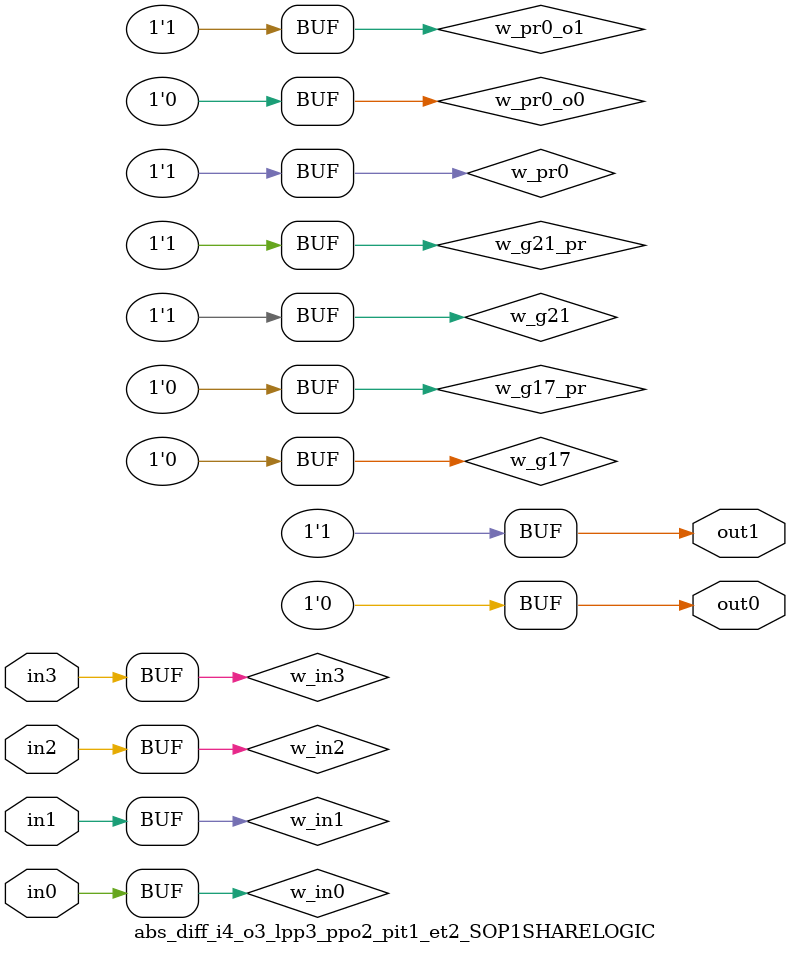
<source format=v>
module abs_diff_i4_o3_lpp3_ppo2_pit1_et2_SOP1SHARELOGIC (in0, in1, in2, in3, out0, out1);
// declaring inputs
input in0,  in1,  in2,  in3;
// declaring outputs
output out0,  out1;
// JSON model input
wire w_in3, w_in2, w_in1, w_in0;
// JSON model output
wire w_g17, w_g21;
//json model
wire w_g17_pr, w_g21_pr, w_pr0_o0, w_pr0_o1, w_pr0;
// JSON model input assign
assign w_in3 = in3;
assign w_in2 = in2;
assign w_in1 = in1;
assign w_in0 = in0;

//json model assigns (approximated Shared/XPAT part)
//assign literals to products
assign w_pr0 = 1;
//if a product has literals and if the product is being "activated" for that output
assign w_pr0_o0 = w_pr0 & 0;
assign w_pr0_o1 = w_pr0 & 1;
//compose an output with corresponding products (OR)
assign w_g17 = w_pr0_o0;
assign w_g21 = w_pr0_o1;
//if an output has products and if it is part of the JSON model
assign w_g17_pr = w_g17 & 0;
assign w_g21_pr = w_g21 & 1;
// output assigns
assign out0 = w_g17_pr;
assign out1 = w_g21_pr;
endmodule
</source>
